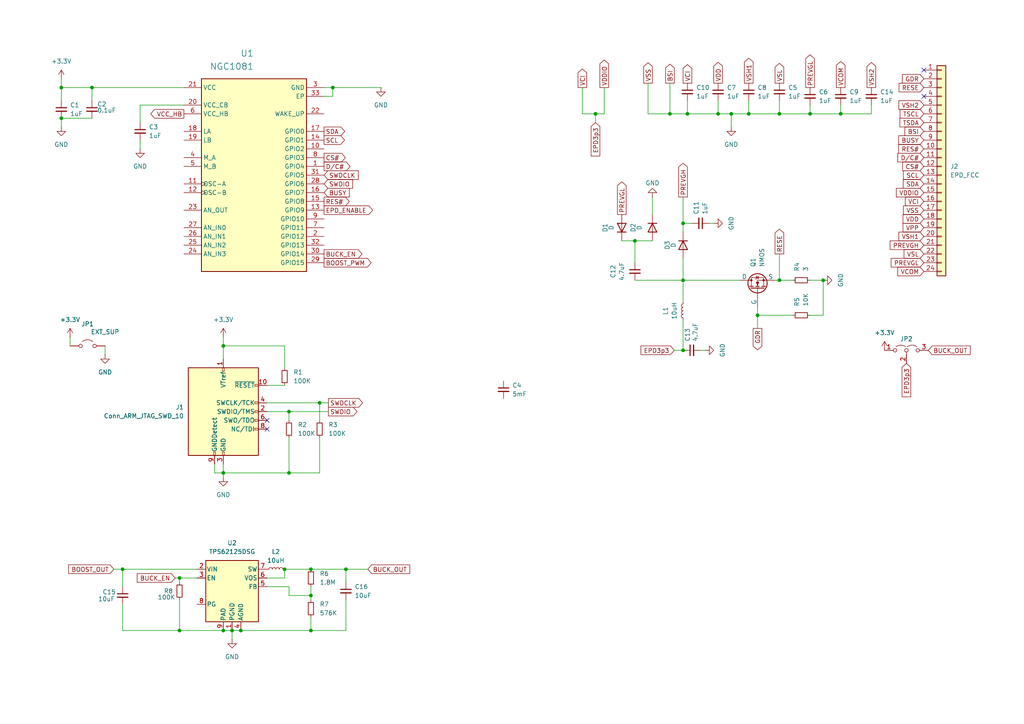
<source format=kicad_sch>
(kicad_sch (version 20231120) (generator "eeschema") (generator_version "8.0")
  (paper "A4")
  (lib_symbols
    (symbol "Connector:Conn_ARM_JTAG_SWD_10" (pin_names (offset 1.016))
      (property "Reference" "J" (at -2.54 16.51 0))
      (property "Value" "Conn_ARM_JTAG_SWD_10" (at -2.54 13.97 0))
      (symbol "Conn_ARM_JTAG_SWD_10_0_1"
        (rectangle (start -10.16 12.7) (end 10.16 -12.7) (stroke (width 0.254)) (fill (type background)))
        (rectangle (start -2.794 -12.7) (end -2.286 -11.684))
        (rectangle (start -0.254 -12.7) (end 0.254 -11.684))
        (rectangle (start -0.254 12.7) (end 0.254 11.684))
        (rectangle (start 9.144 2.286) (end 10.16 2.794))
        (rectangle (start 10.16 -2.794) (end 9.144 -2.286))
        (rectangle (start 10.16 -0.254) (end 9.144 0.254))
        (rectangle (start 10.16 7.874) (end 9.144 7.366))
      )
      (symbol "Conn_ARM_JTAG_SWD_10_1_1"
        (rectangle (start 9.144 -5.334) (end 10.16 -4.826))
        (pin power_in line (at 0 15.24 270) (length 2.54) (name "VTref") (number "1"))
        (pin open_collector line (at 12.7 7.62 180) (length 2.54) (name "~{RESET}") (number "10"))
        (pin bidirectional line (at 12.7 0 180) (length 2.54) (name "SWDIO/TMS") (number "2"))
        (pin power_in line (at 0 -15.24 90) (length 2.54) (name "GND") (number "3"))
        (pin output line (at 12.7 2.54 180) (length 2.54) (name "SWCLK/TCK") (number "4"))
        (pin passive line (at 0 -15.24 90) (length 2.54) hide (name "GND") (number "5"))
        (pin input line (at 12.7 -2.54 180) (length 2.54) (name "SWO/TDO") (number "6"))
        (pin no_connect line (at -10.16 0 0) (length 2.54) hide (name "KEY") (number "7"))
        (pin output line (at 12.7 -5.08 180) (length 2.54) (name "NC/TDI") (number "8"))
        (pin passive line (at -2.54 -15.24 90) (length 2.54) (name "GNDDetect") (number "9"))
      )
    )
    (symbol "Connector_Generic:Conn_01x24" (pin_names (offset 1.016) hide)
      (property "Reference" "J" (at 0 30.48 0))
      (property "Value" "Conn_01x24" (at 0 -33.02 0))
      (symbol "Conn_01x24_1_1"
        (rectangle (start -1.27 -30.353) (end 0 -30.607) (stroke (width 0.1524)))
        (rectangle (start -1.27 -27.813) (end 0 -28.067) (stroke (width 0.1524)))
        (rectangle (start -1.27 -25.273) (end 0 -25.527) (stroke (width 0.1524)))
        (rectangle (start -1.27 -22.733) (end 0 -22.987) (stroke (width 0.1524)))
        (rectangle (start -1.27 -20.193) (end 0 -20.447) (stroke (width 0.1524)))
        (rectangle (start -1.27 -17.653) (end 0 -17.907) (stroke (width 0.1524)))
        (rectangle (start -1.27 -15.113) (end 0 -15.367) (stroke (width 0.1524)))
        (rectangle (start -1.27 -12.573) (end 0 -12.827) (stroke (width 0.1524)))
        (rectangle (start -1.27 -10.033) (end 0 -10.287) (stroke (width 0.1524)))
        (rectangle (start -1.27 -7.493) (end 0 -7.747) (stroke (width 0.1524)))
        (rectangle (start -1.27 -4.953) (end 0 -5.207) (stroke (width 0.1524)))
        (rectangle (start -1.27 -2.413) (end 0 -2.667) (stroke (width 0.1524)))
        (rectangle (start -1.27 0.127) (end 0 -0.127) (stroke (width 0.1524)))
        (rectangle (start -1.27 2.667) (end 0 2.413) (stroke (width 0.1524)))
        (rectangle (start -1.27 5.207) (end 0 4.953) (stroke (width 0.1524)))
        (rectangle (start -1.27 7.747) (end 0 7.493) (stroke (width 0.1524)))
        (rectangle (start -1.27 10.287) (end 0 10.033) (stroke (width 0.1524)))
        (rectangle (start -1.27 12.827) (end 0 12.573) (stroke (width 0.1524)))
        (rectangle (start -1.27 15.367) (end 0 15.113) (stroke (width 0.1524)))
        (rectangle (start -1.27 17.907) (end 0 17.653) (stroke (width 0.1524)))
        (rectangle (start -1.27 20.447) (end 0 20.193) (stroke (width 0.1524)))
        (rectangle (start -1.27 22.987) (end 0 22.733) (stroke (width 0.1524)))
        (rectangle (start -1.27 25.527) (end 0 25.273) (stroke (width 0.1524)))
        (rectangle (start -1.27 28.067) (end 0 27.813) (stroke (width 0.1524)))
        (rectangle (start -1.27 29.21) (end 1.27 -31.75) (stroke (width 0.254)) (fill (type background)))
        (pin passive line (at -5.08 27.94 0) (length 3.81) (name "Pin_1") (number "1"))
        (pin passive line (at -5.08 5.08 0) (length 3.81) (name "Pin_10") (number "10"))
        (pin passive line (at -5.08 2.54 0) (length 3.81) (name "Pin_11") (number "11"))
        (pin passive line (at -5.08 0 0) (length 3.81) (name "Pin_12") (number "12"))
        (pin passive line (at -5.08 -2.54 0) (length 3.81) (name "Pin_13") (number "13"))
        (pin passive line (at -5.08 -5.08 0) (length 3.81) (name "Pin_14") (number "14"))
        (pin passive line (at -5.08 -7.62 0) (length 3.81) (name "Pin_15") (number "15"))
        (pin passive line (at -5.08 -10.16 0) (length 3.81) (name "Pin_16") (number "16"))
        (pin passive line (at -5.08 -12.7 0) (length 3.81) (name "Pin_17") (number "17"))
        (pin passive line (at -5.08 -15.24 0) (length 3.81) (name "Pin_18") (number "18"))
        (pin passive line (at -5.08 -17.78 0) (length 3.81) (name "Pin_19") (number "19"))
        (pin passive line (at -5.08 25.4 0) (length 3.81) (name "Pin_2") (number "2"))
        (pin passive line (at -5.08 -20.32 0) (length 3.81) (name "Pin_20") (number "20"))
        (pin passive line (at -5.08 -22.86 0) (length 3.81) (name "Pin_21") (number "21"))
        (pin passive line (at -5.08 -25.4 0) (length 3.81) (name "Pin_22") (number "22"))
        (pin passive line (at -5.08 -27.94 0) (length 3.81) (name "Pin_23") (number "23"))
        (pin passive line (at -5.08 -30.48 0) (length 3.81) (name "Pin_24") (number "24"))
        (pin passive line (at -5.08 22.86 0) (length 3.81) (name "Pin_3") (number "3"))
        (pin passive line (at -5.08 20.32 0) (length 3.81) (name "Pin_4") (number "4"))
        (pin passive line (at -5.08 17.78 0) (length 3.81) (name "Pin_5") (number "5"))
        (pin passive line (at -5.08 15.24 0) (length 3.81) (name "Pin_6") (number "6"))
        (pin passive line (at -5.08 12.7 0) (length 3.81) (name "Pin_7") (number "7"))
        (pin passive line (at -5.08 10.16 0) (length 3.81) (name "Pin_8") (number "8"))
        (pin passive line (at -5.08 7.62 0) (length 3.81) (name "Pin_9") (number "9"))
      )
    )
    (symbol "Device:C_Small" (pin_numbers hide) (pin_names (offset 0.254) hide)
      (property "Reference" "C" (at 0.254 1.778 0))
      (property "Value" "C_Small" (at 0.254 -2.032 0))
      (symbol "C_Small_0_1"
        (polyline (pts (xy -1.524 -0.508) (xy 1.524 -0.508)) (stroke (width 0.3302)))
        (polyline (pts (xy -1.524 0.508) (xy 1.524 0.508)) (stroke (width 0.3048)))
      )
      (symbol "C_Small_1_1"
        (pin passive line (at 0 2.54 270) (length 2.032) (name "~") (number "1"))
        (pin passive line (at 0 -2.54 90) (length 2.032) (name "~") (number "2"))
      )
    )
    (symbol "Device:D" (pin_numbers hide) (pin_names (offset 1.016) hide)
      (property "Reference" "D" (at 0 2.54 0))
      (property "Value" "D" (at 0 -2.54 0))
      (symbol "D_0_1"
        (polyline (pts (xy -1.27 1.27) (xy -1.27 -1.27)) (stroke (width 0.254)))
        (polyline (pts (xy 1.27 0) (xy -1.27 0)))
        (polyline (pts (xy 1.27 1.27) (xy 1.27 -1.27) (xy -1.27 0) (xy 1.27 1.27)) (stroke (width 0.254)))
      )
      (symbol "D_1_1"
        (pin passive line (at -3.81 0 0) (length 2.54) (name "K") (number "1"))
        (pin passive line (at 3.81 0 180) (length 2.54) (name "A") (number "2"))
      )
    )
    (symbol "Device:L_Small" (pin_numbers hide) (pin_names (offset 0.254) hide)
      (property "Reference" "L" (at 0.762 1.016 0))
      (property "Value" "L_Small" (at 0.762 -1.016 0))
      (symbol "L_Small_0_1"
        (arc (start 0 -2.032) (mid 0.5058 -1.524) (end 0 -1.016))
        (arc (start 0 -1.016) (mid 0.5058 -0.508) (end 0 0))
        (arc (start 0 0) (mid 0.5058 0.508) (end 0 1.016))
        (arc (start 0 1.016) (mid 0.5058 1.524) (end 0 2.032))
      )
      (symbol "L_Small_1_1"
        (pin passive line (at 0 2.54 270) (length 0.508) (name "~") (number "1"))
        (pin passive line (at 0 -2.54 90) (length 0.508) (name "~") (number "2"))
      )
    )
    (symbol "Device:R_Small" (pin_numbers hide) (pin_names (offset 0.254) hide)
      (property "Reference" "R" (at 0.762 0.508 0))
      (property "Value" "R_Small" (at 0.762 -1.016 0))
      (symbol "R_Small_0_1"
        (rectangle (start -0.762 1.778) (end 0.762 -1.778) (stroke (width 0.2032)))
      )
      (symbol "R_Small_1_1"
        (pin passive line (at 0 2.54 270) (length 0.762) (name "~") (number "1"))
        (pin passive line (at 0 -2.54 90) (length 0.762) (name "~") (number "2"))
      )
    )
    (symbol "Jumper:Jumper_2_Open" (pin_numbers hide) (pin_names (offset 0) hide) (exclude_from_sim yes)
      (property "Reference" "JP" (at 0 2.794 0))
      (property "Value" "Jumper_2_Open" (at 0 -2.286 0))
      (symbol "Jumper_2_Open_0_0"
        (circle (center -2.032 0) (radius 0.508))
        (circle (center 2.032 0) (radius 0.508))
      )
      (symbol "Jumper_2_Open_0_1"
        (arc (start 1.524 1.27) (mid 0 1.778) (end -1.524 1.27))
      )
      (symbol "Jumper_2_Open_1_1"
        (pin passive line (at -5.08 0 0) (length 2.54) (name "A") (number "1"))
        (pin passive line (at 5.08 0 180) (length 2.54) (name "B") (number "2"))
      )
    )
    (symbol "Jumper:Jumper_3_Open" (pin_names (offset 0) hide) (exclude_from_sim yes) (in_bom no)
      (property "Reference" "JP" (at -2.54 -2.54 0))
      (property "Value" "Jumper_3_Open" (at 0 2.794 0))
      (symbol "Jumper_3_Open_0_0"
        (circle (center -3.302 0) (radius 0.508))
        (circle (center 0 0) (radius 0.508))
        (circle (center 3.302 0) (radius 0.508))
      )
      (symbol "Jumper_3_Open_0_1"
        (arc (start -0.254 1.016) (mid -1.651 1.4992) (end -3.048 1.016))
        (polyline (pts (xy 0 -0.508) (xy 0 -1.27)))
        (arc (start 3.048 1.016) (mid 1.651 1.4992) (end 0.254 1.016))
      )
      (symbol "Jumper_3_Open_1_1"
        (pin passive line (at -6.35 0 0) (length 2.54) (name "A") (number "1"))
        (pin passive line (at 0 -3.81 90) (length 2.54) (name "C") (number "2"))
        (pin passive line (at 6.35 0 180) (length 2.54) (name "B") (number "3"))
      )
    )
    (symbol "NGC_EPD_SymbolLib:NGC1081"
      (property "Reference" "U" (at 0 0 0))
      (property "Value" "NGC1081" (at 0 -58.42 0))
      (symbol "NGC1081_1_0"
        (rectangle (start 30.48 0) (end 0 -55.88) (stroke (width 0.254) (color 128 0 0 1)) (fill (type background)))
        (pin bidirectional line (at 35.56 -25.4 180) (length 5.08) (name "GPIO4") (number "1"))
        (pin bidirectional line (at 35.56 -20.32 180) (length 5.08) (name "GPIO2") (number "10"))
        (pin bidirectional clock (at -5.08 -30.48 0) (length 5.08) (name "OSC-A") (number "11"))
        (pin bidirectional clock (at -5.08 -33.02 0) (length 5.08) (name "OSC-B") (number "12"))
        (pin bidirectional line (at 35.56 -38.1 180) (length 5.08) (name "GPIO9") (number "13"))
        (pin bidirectional line (at 35.56 -17.78 180) (length 5.08) (name "GPIO1") (number "14"))
        (pin bidirectional line (at 35.56 -35.56 180) (length 5.08) (name "GPIO8") (number "15"))
        (pin bidirectional line (at 35.56 -33.02 180) (length 5.08) (name "GPIO7") (number "16"))
        (pin bidirectional line (at 35.56 -15.24 180) (length 5.08) (name "GPIO0") (number "17"))
        (pin input line (at -5.08 -15.24 0) (length 5.08) (name "LA") (number "18"))
        (pin input line (at -5.08 -17.78 0) (length 5.08) (name "LB") (number "19"))
        (pin bidirectional line (at 35.56 -45.72 180) (length 5.08) (name "GPIO12") (number "2"))
        (pin power_in line (at -5.08 -7.62 0) (length 5.08) (name "VCC_CB") (number "20"))
        (pin power_in line (at -5.08 -2.54 0) (length 5.08) (name "VCC") (number "21"))
        (pin bidirectional line (at 35.56 -10.16 180) (length 5.08) (name "WAKE_UP") (number "22"))
        (pin output line (at -5.08 -38.1 0) (length 5.08) (name "AN_OUT") (number "23"))
        (pin input line (at -5.08 -50.8 0) (length 5.08) (name "AN_IN3") (number "24"))
        (pin input line (at -5.08 -48.26 0) (length 5.08) (name "AN_IN2") (number "25"))
        (pin input line (at -5.08 -45.72 0) (length 5.08) (name "AN_IN1") (number "26"))
        (pin input line (at -5.08 -43.18 0) (length 5.08) (name "AN_IN0") (number "27"))
        (pin bidirectional line (at 35.56 -30.48 180) (length 5.08) (name "GPIO6") (number "28"))
        (pin bidirectional line (at 35.56 -53.34 180) (length 5.08) (name "GPIO15") (number "29"))
        (pin power_in line (at 35.56 -2.54 180) (length 5.08) (name "GND") (number "3"))
        (pin bidirectional line (at 35.56 -50.8 180) (length 5.08) (name "GPIO14") (number "30"))
        (pin bidirectional line (at 35.56 -27.94 180) (length 5.08) (name "GPIO5") (number "31"))
        (pin bidirectional line (at 35.56 -48.26 180) (length 5.08) (name "GPIO13") (number "32"))
        (pin power_in line (at 35.56 -5.08 180) (length 5.08) (name "EP") (number "33"))
        (pin bidirectional line (at -5.08 -22.86 0) (length 5.08) (name "M_A") (number "4"))
        (pin bidirectional line (at -5.08 -25.4 0) (length 5.08) (name "M_B") (number "5"))
        (pin power_in line (at -5.08 -10.16 0) (length 5.08) (name "VCC_HB") (number "6"))
        (pin bidirectional line (at 35.56 -43.18 180) (length 5.08) (name "GPIO11") (number "7"))
        (pin bidirectional line (at 35.56 -22.86 180) (length 5.08) (name "GPIO3") (number "8"))
        (pin bidirectional line (at 35.56 -40.64 180) (length 5.08) (name "GPIO10") (number "9"))
      )
    )
    (symbol "Regulator_Switching:TPS62125DSG" (pin_names (offset 0.254))
      (property "Reference" "U" (at -7.62 11.43 0))
      (property "Value" "TPS62125DSG" (at -1.27 11.43 0))
      (symbol "TPS62125DSG_0_1"
        (rectangle (start -7.62 10.16) (end 7.62 -7.62) (stroke (width 0.254)) (fill (type background)))
      )
      (symbol "TPS62125DSG_1_1"
        (pin power_in line (at 0 -10.16 90) (length 2.54) (name "PGND") (number "1"))
        (pin power_in line (at -10.16 7.62 0) (length 2.54) (name "VIN") (number "2"))
        (pin input line (at -10.16 5.08 0) (length 2.54) (name "EN") (number "3"))
        (pin power_in line (at 2.54 -10.16 90) (length 2.54) (name "AGND") (number "4"))
        (pin input line (at 10.16 2.54 180) (length 2.54) (name "FB") (number "5"))
        (pin input line (at 10.16 5.08 180) (length 2.54) (name "VOS") (number "6"))
        (pin output line (at 10.16 7.62 180) (length 2.54) (name "SW") (number "7"))
        (pin open_collector line (at -10.16 -2.54 0) (length 2.54) (name "PG") (number "8"))
        (pin power_in line (at -2.54 -10.16 90) (length 2.54) (name "PAD") (number "9"))
      )
    )
    (symbol "Simulation_SPICE:NMOS" (pin_numbers hide) (pin_names (offset 0))
      (property "Reference" "Q" (at 5.08 1.27 0))
      (property "Value" "NMOS" (at 5.08 -1.27 0))
      (symbol "NMOS_0_1"
        (polyline (pts (xy 0.254 0) (xy -2.54 0)))
        (polyline (pts (xy 0.254 1.905) (xy 0.254 -1.905)) (stroke (width 0.254)))
        (polyline (pts (xy 0.762 -1.27) (xy 0.762 -2.286)) (stroke (width 0.254)))
        (polyline (pts (xy 0.762 0.508) (xy 0.762 -0.508)) (stroke (width 0.254)))
        (polyline (pts (xy 0.762 2.286) (xy 0.762 1.27)) (stroke (width 0.254)))
        (polyline (pts (xy 2.54 2.54) (xy 2.54 1.778)))
        (polyline (pts (xy 2.54 -2.54) (xy 2.54 0) (xy 0.762 0)))
        (polyline (pts (xy 0.762 -1.778) (xy 3.302 -1.778) (xy 3.302 1.778) (xy 0.762 1.778)))
        (polyline (pts (xy 1.016 0) (xy 2.032 0.381) (xy 2.032 -0.381) (xy 1.016 0)) (fill (type outline)))
        (polyline (pts (xy 2.794 0.508) (xy 2.921 0.381) (xy 3.683 0.381) (xy 3.81 0.254)))
        (polyline (pts (xy 3.302 0.381) (xy 2.921 -0.254) (xy 3.683 -0.254) (xy 3.302 0.381)))
        (circle (center 1.651 0) (radius 2.794) (stroke (width 0.254)))
        (circle (center 2.54 -1.778) (radius 0.254) (fill (type outline)))
        (circle (center 2.54 1.778) (radius 0.254) (fill (type outline)))
      )
      (symbol "NMOS_1_1"
        (pin passive line (at 2.54 5.08 270) (length 2.54) (name "D") (number "1"))
        (pin input line (at -5.08 0 0) (length 2.54) (name "G") (number "2"))
        (pin passive line (at 2.54 -5.08 90) (length 2.54) (name "S") (number "3"))
      )
    )
    (symbol "power:+3.3V" (power) (pin_numbers hide) (pin_names (offset 0) hide)
      (property "Value" "+3.3V" (at 0 3.556 0))
      (symbol "+3.3V_0_1"
        (polyline (pts (xy -0.762 1.27) (xy 0 2.54)))
        (polyline (pts (xy 0 0) (xy 0 2.54)))
        (polyline (pts (xy 0 2.54) (xy 0.762 1.27)))
      )
      (symbol "+3.3V_1_1"
        (pin power_in line (at 0 0 90) (length 0) (name "~") (number "1"))
      )
    )
    (symbol "power:GND" (power) (pin_numbers hide) (pin_names (offset 0) hide)
      (property "Value" "GND" (at 0 -3.81 0))
      (symbol "GND_0_1"
        (polyline (pts (xy 0 0) (xy 0 -1.27) (xy 1.27 -1.27) (xy 0 -2.54) (xy -1.27 -1.27) (xy 0 -1.27)))
      )
      (symbol "GND_1_1"
        (pin power_in line (at 0 0 270) (length 0) (name "~") (number "1"))
      )
    )
  )
  (junction (at 238.76 81.28))
  (junction (at 90.17 165.1))
  (junction (at 198.12 101.6))
  (junction (at 52.07 182.88))
  (junction (at 184.15 69.85))
  (junction (at 96.52 25.4))
  (junction (at 17.78 25.4))
  (junction (at 198.12 81.28))
  (junction (at 52.07 167.64))
  (junction (at 92.71 116.84))
  (junction (at 82.55 165.1))
  (junction (at 69.85 182.88))
  (junction (at 83.82 137.16))
  (junction (at 198.12 64.77))
  (junction (at 208.28 33.02))
  (junction (at 226.06 33.02))
  (junction (at 219.71 91.44))
  (junction (at 194.31 33.02))
  (junction (at 212.09 33.02))
  (junction (at 83.82 119.38))
  (junction (at 35.56 165.1))
  (junction (at 17.78 34.29))
  (junction (at 64.77 100.33))
  (junction (at 26.67 25.4))
  (junction (at 226.06 81.28))
  (junction (at 199.39 33.02))
  (junction (at 90.17 182.88))
  (junction (at 67.31 182.88))
  (junction (at 100.33 165.1))
  (junction (at 217.17 33.02))
  (junction (at 243.84 33.02))
  (junction (at 172.72 33.02))
  (junction (at 90.17 172.72))
  (junction (at 64.77 137.16))
  (junction (at 64.77 182.88))
  (junction (at 234.95 33.02))
  (no_connect (at 77.47 121.92))
  (no_connect (at 267.97 20.32))
  (no_connect (at 267.97 27.94))
  (no_connect (at 77.47 124.46))
  (wire (pts (xy 90.17 172.72) (xy 90.17 173.99)))
  (wire (pts (xy 212.09 36.83) (xy 212.09 33.02)))
  (wire (pts (xy 194.31 33.02) (xy 199.39 33.02)))
  (wire (pts (xy 77.47 111.76) (xy 82.55 111.76)))
  (wire (pts (xy 226.06 81.28) (xy 226.06 73.66)))
  (wire (pts (xy 100.33 165.1) (xy 106.68 165.1)))
  (wire (pts (xy 33.02 165.1) (xy 35.56 165.1)))
  (wire (pts (xy 198.12 57.15) (xy 198.12 64.77)))
  (wire (pts (xy 184.15 81.28) (xy 198.12 81.28)))
  (wire (pts (xy 234.95 91.44) (xy 238.76 91.44)))
  (wire (pts (xy 64.77 182.88) (xy 67.31 182.88)))
  (wire (pts (xy 83.82 170.18) (xy 83.82 172.72)))
  (wire (pts (xy 90.17 170.18) (xy 90.17 172.72)))
  (wire (pts (xy 90.17 165.1) (xy 100.33 165.1)))
  (wire (pts (xy 96.52 27.94) (xy 96.52 25.4)))
  (wire (pts (xy 35.56 175.26) (xy 35.56 182.88)))
  (wire (pts (xy 243.84 30.48) (xy 243.84 33.02)))
  (wire (pts (xy 96.52 25.4) (xy 110.49 25.4)))
  (wire (pts (xy 198.12 101.6) (xy 198.12 92.71)))
  (wire (pts (xy 77.47 170.18) (xy 83.82 170.18)))
  (wire (pts (xy 219.71 95.25) (xy 219.71 91.44)))
  (wire (pts (xy 212.09 33.02) (xy 217.17 33.02)))
  (wire (pts (xy 187.96 24.13) (xy 187.96 33.02)))
  (wire (pts (xy 199.39 29.21) (xy 199.39 33.02)))
  (wire (pts (xy 93.98 25.4) (xy 96.52 25.4)))
  (wire (pts (xy 52.07 173.99) (xy 52.07 182.88)))
  (wire (pts (xy 82.55 165.1) (xy 90.17 165.1)))
  (wire (pts (xy 83.82 172.72) (xy 90.17 172.72)))
  (wire (pts (xy 199.39 33.02) (xy 208.28 33.02)))
  (wire (pts (xy 226.06 33.02) (xy 234.95 33.02)))
  (wire (pts (xy 83.82 127) (xy 83.82 137.16)))
  (wire (pts (xy 77.47 167.64) (xy 82.55 167.64)))
  (wire (pts (xy 17.78 34.29) (xy 26.67 34.29)))
  (wire (pts (xy 64.77 134.62) (xy 64.77 137.16)))
  (wire (pts (xy 40.64 30.48) (xy 53.34 30.48)))
  (wire (pts (xy 234.95 81.28) (xy 238.76 81.28)))
  (wire (pts (xy 198.12 81.28) (xy 198.12 74.93)))
  (wire (pts (xy 252.73 33.02) (xy 243.84 33.02)))
  (wire (pts (xy 35.56 182.88) (xy 52.07 182.88)))
  (wire (pts (xy 83.82 137.16) (xy 64.77 137.16)))
  (wire (pts (xy 17.78 25.4) (xy 17.78 29.21)))
  (wire (pts (xy 252.73 30.48) (xy 252.73 33.02)))
  (wire (pts (xy 243.84 33.02) (xy 234.95 33.02)))
  (wire (pts (xy 93.98 27.94) (xy 96.52 27.94)))
  (wire (pts (xy 198.12 67.31) (xy 198.12 64.77)))
  (wire (pts (xy 40.64 40.64) (xy 40.64 43.18)))
  (wire (pts (xy 95.25 119.38) (xy 83.82 119.38)))
  (wire (pts (xy 95.25 116.84) (xy 92.71 116.84)))
  (wire (pts (xy 57.15 165.1) (xy 35.56 165.1)))
  (wire (pts (xy 100.33 165.1) (xy 100.33 168.91)))
  (wire (pts (xy 180.34 69.85) (xy 184.15 69.85)))
  (wire (pts (xy 172.72 35.56) (xy 172.72 33.02)))
  (wire (pts (xy 64.77 97.79) (xy 64.77 100.33)))
  (wire (pts (xy 189.23 57.15) (xy 189.23 62.23)))
  (wire (pts (xy 175.26 25.4) (xy 175.26 33.02)))
  (wire (pts (xy 184.15 69.85) (xy 189.23 69.85)))
  (wire (pts (xy 217.17 29.21) (xy 217.17 33.02)))
  (wire (pts (xy 82.55 106.68) (xy 82.55 100.33)))
  (wire (pts (xy 184.15 76.2) (xy 184.15 69.85)))
  (wire (pts (xy 82.55 167.64) (xy 82.55 165.1)))
  (wire (pts (xy 219.71 88.9) (xy 219.71 91.44)))
  (wire (pts (xy 198.12 87.63) (xy 198.12 81.28)))
  (wire (pts (xy 67.31 182.88) (xy 69.85 182.88)))
  (wire (pts (xy 40.64 30.48) (xy 40.64 35.56)))
  (wire (pts (xy 26.67 25.4) (xy 53.34 25.4)))
  (wire (pts (xy 198.12 81.28) (xy 214.63 81.28)))
  (wire (pts (xy 62.23 134.62) (xy 62.23 137.16)))
  (wire (pts (xy 64.77 100.33) (xy 64.77 104.14)))
  (wire (pts (xy 92.71 116.84) (xy 92.71 121.92)))
  (wire (pts (xy 17.78 22.86) (xy 17.78 25.4)))
  (wire (pts (xy 224.79 81.28) (xy 226.06 81.28)))
  (wire (pts (xy 83.82 137.16) (xy 92.71 137.16)))
  (wire (pts (xy 52.07 167.64) (xy 52.07 168.91)))
  (wire (pts (xy 219.71 91.44) (xy 229.87 91.44)))
  (wire (pts (xy 172.72 33.02) (xy 175.26 33.02)))
  (wire (pts (xy 226.06 29.21) (xy 226.06 33.02)))
  (wire (pts (xy 204.47 101.6) (xy 203.2 101.6)))
  (wire (pts (xy 52.07 182.88) (xy 64.77 182.88)))
  (wire (pts (xy 100.33 182.88) (xy 90.17 182.88)))
  (wire (pts (xy 50.8 167.64) (xy 52.07 167.64)))
  (wire (pts (xy 100.33 173.99) (xy 100.33 182.88)))
  (wire (pts (xy 226.06 81.28) (xy 229.87 81.28)))
  (wire (pts (xy 168.91 25.4) (xy 168.91 33.02)))
  (wire (pts (xy 92.71 137.16) (xy 92.71 127)))
  (wire (pts (xy 208.28 29.21) (xy 208.28 33.02)))
  (wire (pts (xy 26.67 25.4) (xy 26.67 29.21)))
  (wire (pts (xy 195.58 101.6) (xy 198.12 101.6)))
  (wire (pts (xy 200.66 64.77) (xy 198.12 64.77)))
  (wire (pts (xy 30.48 100.33) (xy 30.48 102.87)))
  (wire (pts (xy 90.17 182.88) (xy 69.85 182.88)))
  (wire (pts (xy 62.23 137.16) (xy 64.77 137.16)))
  (wire (pts (xy 57.15 167.64) (xy 52.07 167.64)))
  (wire (pts (xy 35.56 165.1) (xy 35.56 170.18)))
  (wire (pts (xy 172.72 33.02) (xy 168.91 33.02)))
  (wire (pts (xy 17.78 34.29) (xy 17.78 36.83)))
  (wire (pts (xy 205.74 64.77) (xy 207.01 64.77)))
  (wire (pts (xy 20.32 97.79) (xy 20.32 100.33)))
  (wire (pts (xy 187.96 33.02) (xy 194.31 33.02)))
  (wire (pts (xy 234.95 30.48) (xy 234.95 33.02)))
  (wire (pts (xy 17.78 25.4) (xy 26.67 25.4)))
  (wire (pts (xy 238.76 91.44) (xy 238.76 81.28)))
  (wire (pts (xy 67.31 182.88) (xy 67.31 185.42)))
  (wire (pts (xy 83.82 119.38) (xy 83.82 121.92)))
  (wire (pts (xy 92.71 116.84) (xy 77.47 116.84)))
  (wire (pts (xy 194.31 24.13) (xy 194.31 33.02)))
  (wire (pts (xy 208.28 33.02) (xy 212.09 33.02)))
  (wire (pts (xy 64.77 137.16) (xy 64.77 138.43)))
  (wire (pts (xy 217.17 33.02) (xy 226.06 33.02)))
  (wire (pts (xy 82.55 100.33) (xy 64.77 100.33)))
  (wire (pts (xy 90.17 179.07) (xy 90.17 182.88)))
  (wire (pts (xy 83.82 119.38) (xy 77.47 119.38)))
  (global_label "VDDIO" (shape input) (at 267.97 55.88 180) (property "Intersheetrefs" "${INTERSHEET_REFS}" (effects (hide yes))))
  (global_label "BSI" (shape input) (at 267.97 38.1 180) (property "Intersheetrefs" "${INTERSHEET_REFS}" (effects (hide yes))))
  (global_label "RES#" (shape output) (at 93.98 58.42 0) (property "Intersheetrefs" "${INTERSHEET_REFS}" (effects (hide yes))))
  (global_label "VSL" (shape input) (at 267.97 73.66 180) (property "Intersheetrefs" "${INTERSHEET_REFS}" (effects (hide yes))))
  (global_label "SWDIO" (shape input) (at 93.98 53.34 0) (property "Intersheetrefs" "${INTERSHEET_REFS}" (effects (hide yes))))
  (global_label "PREVGH" (shape output) (at 198.12 57.15 90) (property "Intersheetrefs" "${INTERSHEET_REFS}" (effects (hide yes))))
  (global_label "BUSY" (shape input) (at 267.97 40.64 180) (property "Intersheetrefs" "${INTERSHEET_REFS}" (effects (hide yes))))
  (global_label "GDR" (shape output) (at 219.71 95.25 270) (property "Intersheetrefs" "${INTERSHEET_REFS}" (effects (hide yes))))
  (global_label "SDA" (shape output) (at 93.98 38.1 0) (property "Intersheetrefs" "${INTERSHEET_REFS}" (effects (hide yes))))
  (global_label "RESE" (shape output) (at 226.06 73.66 90) (property "Intersheetrefs" "${INTERSHEET_REFS}" (effects (hide yes))))
  (global_label "VDD" (shape input) (at 267.97 63.5 180) (property "Intersheetrefs" "${INTERSHEET_REFS}" (effects (hide yes))))
  (global_label "SWDCLK" (shape input) (at 93.98 50.8 0) (property "Intersheetrefs" "${INTERSHEET_REFS}" (effects (hide yes))))
  (global_label "EPD3p3" (shape input) (at 195.58 101.6 180) (property "Intersheetrefs" "${INTERSHEET_REFS}" (effects (hide yes))))
  (global_label "PREVGL" (shape output) (at 180.34 62.23 90) (property "Intersheetrefs" "${INTERSHEET_REFS}" (effects (hide yes))))
  (global_label "BUCK_EN" (shape input) (at 50.8 167.64 180) (property "Intersheetrefs" "${INTERSHEET_REFS}" (effects (hide yes))))
  (global_label "BOOST_OUT" (shape input) (at 33.02 165.1 180) (property "Intersheetrefs" "${INTERSHEET_REFS}" (effects (hide yes))))
  (global_label "RESE" (shape input) (at 267.97 25.4 180) (property "Intersheetrefs" "${INTERSHEET_REFS}" (effects (hide yes))))
  (global_label "PREVGH" (shape input) (at 267.97 71.12 180) (property "Intersheetrefs" "${INTERSHEET_REFS}" (effects (hide yes))))
  (global_label "D{slash}C#" (shape input) (at 267.97 45.72 180) (property "Intersheetrefs" "${INTERSHEET_REFS}" (effects (hide yes))))
  (global_label "CS#" (shape input) (at 267.97 48.26 180) (property "Intersheetrefs" "${INTERSHEET_REFS}" (effects (hide yes))))
  (global_label "SCL" (shape input) (at 267.97 50.8 180) (property "Intersheetrefs" "${INTERSHEET_REFS}" (effects (hide yes))))
  (global_label "VSH2" (shape output) (at 252.73 25.4 90) (property "Intersheetrefs" "${INTERSHEET_REFS}" (effects (hide yes))))
  (global_label "CS#" (shape output) (at 93.98 45.72 0) (property "Intersheetrefs" "${INTERSHEET_REFS}" (effects (hide yes))))
  (global_label "PREVGL" (shape input) (at 267.97 76.2 180) (property "Intersheetrefs" "${INTERSHEET_REFS}" (effects (hide yes))))
  (global_label "VSS" (shape input) (at 267.97 60.96 180) (property "Intersheetrefs" "${INTERSHEET_REFS}" (effects (hide yes))))
  (global_label "VSH2" (shape input) (at 267.97 30.48 180) (property "Intersheetrefs" "${INTERSHEET_REFS}" (effects (hide yes))))
  (global_label "SWDCLK" (shape output) (at 95.25 116.84 0) (property "Intersheetrefs" "${INTERSHEET_REFS}" (effects (hide yes))))
  (global_label "EPD3p3" (shape input) (at 262.89 105.41 270) (property "Intersheetrefs" "${INTERSHEET_REFS}" (effects (hide yes))))
  (global_label "VSH1" (shape output) (at 217.17 24.13 90) (property "Intersheetrefs" "${INTERSHEET_REFS}" (effects (hide yes))))
  (global_label "BUCK_EN" (shape output) (at 93.98 73.66 0) (property "Intersheetrefs" "${INTERSHEET_REFS}" (effects (hide yes))))
  (global_label "VDDIO" (shape output) (at 175.26 25.4 90) (property "Intersheetrefs" "${INTERSHEET_REFS}" (effects (hide yes))))
  (global_label "VCI" (shape output) (at 168.91 25.4 90) (property "Intersheetrefs" "${INTERSHEET_REFS}" (effects (hide yes))))
  (global_label "SWDIO" (shape output) (at 95.25 119.38 0) (property "Intersheetrefs" "${INTERSHEET_REFS}" (effects (hide yes))))
  (global_label "SDA" (shape input) (at 267.97 53.34 180) (property "Intersheetrefs" "${INTERSHEET_REFS}" (effects (hide yes))))
  (global_label "VDD" (shape output) (at 208.28 24.13 90) (property "Intersheetrefs" "${INTERSHEET_REFS}" (effects (hide yes))))
  (global_label "VSL" (shape output) (at 226.06 24.13 90) (property "Intersheetrefs" "${INTERSHEET_REFS}" (effects (hide yes))))
  (global_label "VPP" (shape input) (at 267.97 66.04 180) (property "Intersheetrefs" "${INTERSHEET_REFS}" (effects (hide yes))))
  (global_label "PREVGL" (shape output) (at 234.95 25.4 90) (property "Intersheetrefs" "${INTERSHEET_REFS}" (effects (hide yes))))
  (global_label "BOOST_PWM" (shape output) (at 93.98 76.2 0) (property "Intersheetrefs" "${INTERSHEET_REFS}" (effects (hide yes))))
  (global_label "VSH1" (shape input) (at 267.97 68.58 180) (property "Intersheetrefs" "${INTERSHEET_REFS}" (effects (hide yes))))
  (global_label "GDR" (shape input) (at 267.97 22.86 180) (property "Intersheetrefs" "${INTERSHEET_REFS}" (effects (hide yes))))
  (global_label "RES#" (shape input) (at 267.97 43.18 180) (property "Intersheetrefs" "${INTERSHEET_REFS}" (effects (hide yes))))
  (global_label "EPD_ENABLE" (shape output) (at 93.98 60.96 0) (property "Intersheetrefs" "${INTERSHEET_REFS}" (effects (hide yes))))
  (global_label "BUCK_OUT" (shape input) (at 106.68 165.1 0) (property "Intersheetrefs" "${INTERSHEET_REFS}" (effects (hide yes))))
  (global_label "VCOM" (shape input) (at 267.97 78.74 180) (property "Intersheetrefs" "${INTERSHEET_REFS}" (effects (hide yes))))
  (global_label "TSCL" (shape input) (at 267.97 33.02 180) (property "Intersheetrefs" "${INTERSHEET_REFS}" (effects (hide yes))))
  (global_label "SCL" (shape output) (at 93.98 40.64 0) (property "Intersheetrefs" "${INTERSHEET_REFS}" (effects (hide yes))))
  (global_label "VCI" (shape output) (at 199.39 24.13 90) (property "Intersheetrefs" "${INTERSHEET_REFS}" (effects (hide yes))))
  (global_label "BUSY" (shape input) (at 93.98 55.88 0) (property "Intersheetrefs" "${INTERSHEET_REFS}" (effects (hide yes))))
  (global_label "VCOM" (shape output) (at 243.84 25.4 90) (property "Intersheetrefs" "${INTERSHEET_REFS}" (effects (hide yes))))
  (global_label "VCI" (shape input) (at 267.97 58.42 180) (property "Intersheetrefs" "${INTERSHEET_REFS}" (effects (hide yes))))
  (global_label "BSI" (shape output) (at 194.31 24.13 90) (property "Intersheetrefs" "${INTERSHEET_REFS}" (effects (hide yes))))
  (global_label "VCC_HB" (shape output) (at 53.34 33.02 180) (property "Intersheetrefs" "${INTERSHEET_REFS}" (effects (hide yes))))
  (global_label "TSDA" (shape input) (at 267.97 35.56 180) (property "Intersheetrefs" "${INTERSHEET_REFS}" (effects (hide yes))))
  (global_label "VSS" (shape output) (at 187.96 24.13 90) (property "Intersheetrefs" "${INTERSHEET_REFS}" (effects (hide yes))))
  (global_label "BUCK_OUT" (shape input) (at 269.24 101.6 0) (property "Intersheetrefs" "${INTERSHEET_REFS}" (effects (hide yes))))
  (global_label "D{slash}C#" (shape output) (at 93.98 48.26 0) (property "Intersheetrefs" "${INTERSHEET_REFS}" (effects (hide yes))))
  (global_label "EPD3p3" (shape input) (at 172.72 35.56 270) (property "Intersheetrefs" "${INTERSHEET_REFS}" (effects (hide yes))))
  (symbol (lib_id "Connector_Generic:Conn_01x24") (at 273.05 48.26 0) (unit 1)
    (property "Reference" "J2" (at 275.59 48.2599 0) (effects (justify left)))
    (property "Value" "EPD_FCC" (at 275.59 50.7999 0) (effects (justify left)))
    (property "Description" "Generic connector, single row, 01x24, script generated (kicad-library-utils/schlib/autogen/connector/)" (effects (hide yes)))
  )
  (symbol (lib_id "Device:C_Small") (at 252.73 27.94 0) (unit 1)
    (property "Reference" "C14" (at 255.27 26.6762 0) (effects (justify left)))
    (property "Value" "1uF" (at 255.27 29.2162 0) (effects (justify left)))
    (property "Description" "Unpolarized capacitor, small symbol" (effects (hide yes)))
  )
  (symbol (lib_id "Device:D") (at 198.12 71.12 270) (unit 1)
    (property "Reference" "D3" (at 193.548 71.12 0))
    (property "Value" "D" (at 195.326 71.12 0))
    (property "Description" "Diode" (effects (hide yes)))
    (property "Sim.Device" "D" (effects (hide yes)))
    (property "Sim.Pins" "1=K 2=A" (effects (hide yes)))
  )
  (symbol (lib_id "power:GND") (at 110.49 25.4 0) (unit 1)
    (property "Reference" "#PWR01" (effects (hide yes)))
    (property "Value" "GND" (at 110.49 30.48 0))
    (property "Description" "Power symbol creates a global label with name \"GND\" , ground" (effects (hide yes)))
  )
  (symbol (lib_id "Jumper:Jumper_2_Open") (at 25.4 100.33 0) (unit 1) (exclude_from_sim yes)
    (property "Reference" "JP1" (at 25.4 93.98 0))
    (property "Value" "EXT_SUP" (at 30.48 96.266 0))
    (property "Footprint" "Connector_PinHeader_2.54mm:PinHeader_2x01_P2.54mm_Vertical" (effects (hide yes)))
    (property "Description" "Jumper, 2-pole, open" (effects (hide yes)))
  )
  (symbol (lib_id "power:GND") (at 64.77 138.43 0) (unit 1)
    (property "Reference" "#PWR02" (effects (hide yes)))
    (property "Value" "GND" (at 64.77 143.51 0))
    (property "Description" "Power symbol creates a global label with name \"GND\" , ground" (effects (hide yes)))
  )
  (symbol (lib_id "Simulation_SPICE:NMOS") (at 219.71 83.82 90) (unit 1)
    (property "Reference" "Q1" (at 218.4399 77.47 0) (effects (justify left)))
    (property "Value" "NMOS" (at 220.9799 77.47 0) (effects (justify left)))
    (property "Datasheet" "https://ngspice.sourceforge.io/docs/ngspice-html-manual/manual.xhtml#cha_MOSFETs" (effects (hide yes)))
    (property "Description" "N-MOSFET transistor, drain/source/gate" (effects (hide yes)))
    (property "Sim.Device" "NMOS" (effects (hide yes)))
    (property "Sim.Type" "VDMOS" (effects (hide yes)))
    (property "Sim.Pins" "1=D 2=G 3=S" (effects (hide yes)))
  )
  (symbol (lib_id "Device:C_Small") (at 199.39 26.67 0) (unit 1)
    (property "Reference" "C10" (at 201.93 25.4062 0) (effects (justify left)))
    (property "Value" "1uF" (at 201.93 27.9462 0) (effects (justify left)))
    (property "Description" "Unpolarized capacitor, small symbol" (effects (hide yes)))
  )
  (symbol (lib_id "power:GND") (at 207.01 64.77 90) (unit 1)
    (property "Reference" "#PWR011" (effects (hide yes)))
    (property "Value" "GND" (at 212.09 64.77 0))
    (property "Description" "Power symbol creates a global label with name \"GND\" , ground" (effects (hide yes)))
  )
  (symbol (lib_id "power:GND") (at 212.09 36.83 0) (unit 1)
    (property "Reference" "#PWR09" (effects (hide yes)))
    (property "Value" "GND" (at 212.09 41.91 0))
    (property "Description" "Power symbol creates a global label with name \"GND\" , ground" (effects (hide yes)))
  )
  (symbol (lib_id "power:+3.3V") (at 17.78 22.86 0) (unit 1)
    (property "Reference" "#PWR03" (effects (hide yes)))
    (property "Value" "+3.3V" (at 17.78 17.78 0))
    (property "Description" "Power symbol creates a global label with name \"+3.3V\"" (effects (hide yes)))
  )
  (symbol (lib_id "Device:C_Small") (at 200.66 101.6 90) (unit 1)
    (property "Reference" "C13" (at 199.3962 99.06 0) (effects (justify left)))
    (property "Value" "4.7uF" (at 201.676 99.06 0) (effects (justify left)))
    (property "Description" "Unpolarized capacitor, small symbol" (effects (hide yes)))
  )
  (symbol (lib_id "power:GND") (at 189.23 57.15 180) (unit 1)
    (property "Reference" "#PWR015" (effects (hide yes)))
    (property "Value" "GND" (at 187.198 53.086 0) (effects (justify right)))
    (property "Description" "Power symbol creates a global label with name \"GND\" , ground" (effects (hide yes)))
  )
  (symbol (lib_id "power:GND") (at 17.78 36.83 0) (unit 1)
    (property "Reference" "#PWR07" (effects (hide yes)))
    (property "Value" "GND" (at 17.78 41.91 0))
    (property "Description" "Power symbol creates a global label with name \"GND\" , ground" (effects (hide yes)))
  )
  (symbol (lib_id "Device:C_Small") (at 243.84 27.94 0) (unit 1)
    (property "Reference" "C9" (at 246.38 26.6762 0) (effects (justify left)))
    (property "Value" "1uF" (at 246.38 29.2162 0) (effects (justify left)))
    (property "Description" "Unpolarized capacitor, small symbol" (effects (hide yes)))
  )
  (symbol (lib_id "power:GND") (at 204.47 101.6 90) (unit 1)
    (property "Reference" "#PWR013" (effects (hide yes)))
    (property "Value" "GND" (at 209.55 101.6 0))
    (property "Description" "Power symbol creates a global label with name \"GND\" , ground" (effects (hide yes)))
  )
  (symbol (lib_id "Device:C_Small") (at 26.67 31.75 0) (unit 1)
    (property "Reference" "C2" (at 28.194 30.226 0) (effects (justify left)))
    (property "Value" "0.1uF" (at 28.194 32.004 0) (effects (justify left)))
    (property "Footprint" "Capacitor_SMD:C_0402_1005Metric_Pad0.74x0.62mm_HandSolder" (effects (hide yes)))
    (property "Description" "Unpolarized capacitor, small symbol" (effects (hide yes)))
  )
  (symbol (lib_id "power:GND") (at 30.48 102.87 0) (unit 1)
    (property "Reference" "#PWR06" (effects (hide yes)))
    (property "Value" "GND" (at 30.48 107.95 0))
    (property "Description" "Power symbol creates a global label with name \"GND\" , ground" (effects (hide yes)))
  )
  (symbol (lib_id "Device:R_Small") (at 82.55 109.22 0) (unit 1)
    (property "Reference" "R1" (at 85.09 107.9499 0) (effects (justify left)))
    (property "Value" "100K" (at 85.09 110.4899 0) (effects (justify left)))
    (property "Footprint" "Resistor_SMD:R_0402_1005Metric" (effects (hide yes)))
    (property "Description" "Resistor, small symbol" (effects (hide yes)))
  )
  (symbol (lib_id "Device:C_Small") (at 100.33 171.45 0) (unit 1)
    (property "Reference" "C16" (at 102.87 170.1862 0) (effects (justify left)))
    (property "Value" "10uF" (at 102.87 172.7262 0) (effects (justify left)))
    (property "Footprint" "Capacitor_THT:CP_Radial_D5.0mm_P2.00mm" (effects (hide yes)))
    (property "Description" "Unpolarized capacitor, small symbol" (effects (hide yes)))
  )
  (symbol (lib_id "Device:R_Small") (at 90.17 176.53 0) (unit 1)
    (property "Reference" "R7" (at 92.71 175.2599 0) (effects (justify left)))
    (property "Value" "576K" (at 92.71 177.7999 0) (effects (justify left)))
    (property "Description" "Resistor, small symbol" (effects (hide yes)))
  )
  (symbol (lib_id "Device:C_Small") (at 40.64 38.1 0) (unit 1)
    (property "Reference" "C3" (at 43.18 36.8362 0) (effects (justify left)))
    (property "Value" "1uF" (at 43.18 39.3762 0) (effects (justify left)))
    (property "Footprint" "Capacitor_SMD:C_0805_2012Metric" (effects (hide yes)))
    (property "Description" "Unpolarized capacitor, small symbol" (effects (hide yes)))
  )
  (symbol (lib_id "Device:C_Small") (at 146.05 113.03 0) (unit 1)
    (property "Reference" "C4" (at 148.59 111.7662 0) (effects (justify left)))
    (property "Value" "5mF" (at 148.59 114.3062 0) (effects (justify left)))
    (property "Footprint" "Capacitor_THT:CP_Radial_D5.0mm_P2.00mm" (effects (hide yes)))
    (property "Description" "Unpolarized capacitor, small symbol" (effects (hide yes)))
  )
  (symbol (lib_id "Device:L_Small") (at 80.01 165.1 90) (unit 1)
    (property "Reference" "L2" (at 80.01 160.02 90))
    (property "Value" "10uH" (at 80.01 162.56 90))
    (property "Description" "Inductor, small symbol" (effects (hide yes)))
  )
  (symbol (lib_id "power:+3.3V") (at 64.77 97.79 0) (unit 1)
    (property "Reference" "#PWR04" (effects (hide yes)))
    (property "Value" "+3.3V" (at 64.77 92.71 0))
    (property "Description" "Power symbol creates a global label with name \"+3.3V\"" (effects (hide yes)))
  )
  (symbol (lib_id "Device:C_Small") (at 35.56 172.72 0) (unit 1)
    (property "Reference" "C15" (at 29.718 171.704 0) (effects (justify left)))
    (property "Value" "10uF" (at 28.448 173.736 0) (effects (justify left)))
    (property "Footprint" "Capacitor_THT:CP_Radial_D5.0mm_P2.00mm" (effects (hide yes)))
    (property "Description" "Unpolarized capacitor, small symbol" (effects (hide yes)))
  )
  (symbol (lib_id "Device:C_Small") (at 184.15 78.74 0) (unit 1)
    (property "Reference" "C12" (at 177.8 78.7464 90))
    (property "Value" "4.7uF" (at 180.34 78.7464 90))
    (property "Description" "Unpolarized capacitor, small symbol" (effects (hide yes)))
  )
  (symbol (lib_id "Device:L_Small") (at 198.12 90.17 180) (unit 1)
    (property "Reference" "L1" (at 193.04 90.17 90))
    (property "Value" "10uH" (at 195.58 90.17 90))
    (property "Description" "Inductor, small symbol" (effects (hide yes)))
  )
  (symbol (lib_id "power:GND") (at 67.31 185.42 0) (unit 1)
    (property "Reference" "#PWR016" (effects (hide yes)))
    (property "Value" "GND" (at 67.31 190.5 0))
    (property "Description" "Power symbol creates a global label with name \"GND\" , ground" (effects (hide yes)))
  )
  (symbol (lib_id "Device:R_Small") (at 92.71 124.46 0) (unit 1)
    (property "Reference" "R3" (at 95.25 123.1899 0) (effects (justify left)))
    (property "Value" "100K" (at 95.25 125.7299 0) (effects (justify left)))
    (property "Footprint" "Resistor_SMD:R_0402_1005Metric" (effects (hide yes)))
    (property "Description" "Resistor, small symbol" (effects (hide yes)))
  )
  (symbol (lib_id "Jumper:Jumper_3_Open") (at 262.89 101.6 0) (unit 1) (exclude_from_sim yes) (in_bom no)
    (property "Reference" "JP2" (at 262.89 98.298 0))
    (property "Value" "Jumper_3_Open" (effects (hide yes)))
    (property "Description" "Jumper, 3-pole, both open" (effects (hide yes)))
  )
  (symbol (lib_id "Device:C_Small") (at 226.06 26.67 0) (unit 1)
    (property "Reference" "C5" (at 228.6 25.4062 0) (effects (justify left)))
    (property "Value" "1uF" (at 228.6 27.9462 0) (effects (justify left)))
    (property "Description" "Unpolarized capacitor, small symbol" (effects (hide yes)))
  )
  (symbol (lib_id "power:+3.3V") (at 20.32 97.79 0) (unit 1)
    (property "Reference" "#PWR05" (effects (hide yes)))
    (property "Value" "+3.3V" (at 20.32 92.71 0))
    (property "Description" "Power symbol creates a global label with name \"+3.3V\"" (effects (hide yes)))
  )
  (symbol (lib_id "Device:C_Small") (at 234.95 27.94 0) (unit 1)
    (property "Reference" "C6" (at 237.49 26.6762 0) (effects (justify left)))
    (property "Value" "1uF" (at 237.49 29.2162 0) (effects (justify left)))
    (property "Description" "Unpolarized capacitor, small symbol" (effects (hide yes)))
  )
  (symbol (lib_id "Device:R_Small") (at 232.41 91.44 90) (unit 1)
    (property "Reference" "R5" (at 231.1399 88.9 0) (effects (justify left)))
    (property "Value" "10K" (at 233.6799 88.9 0) (effects (justify left)))
    (property "Description" "Resistor, small symbol" (effects (hide yes)))
  )
  (symbol (lib_id "Device:R_Small") (at 232.41 81.28 90) (unit 1)
    (property "Reference" "R4" (at 231.1399 78.74 0) (effects (justify left)))
    (property "Value" "3" (at 233.6799 78.74 0) (effects (justify left)))
    (property "Description" "Resistor, small symbol" (effects (hide yes)))
  )
  (symbol (lib_id "power:GND") (at 238.76 81.28 90) (unit 1)
    (property "Reference" "#PWR012" (effects (hide yes)))
    (property "Value" "GND" (at 243.84 81.28 0))
    (property "Description" "Power symbol creates a global label with name \"GND\" , ground" (effects (hide yes)))
  )
  (symbol (lib_id "Regulator_Switching:TPS62125DSG") (at 67.31 172.72 0) (unit 1)
    (property "Reference" "U2" (at 67.31 157.48 0))
    (property "Value" "TPS62125DSG" (at 67.31 160.02 0))
    (property "Footprint" "Package_SON:WSON-8-1EP_2x2mm_P0.5mm_EP0.9x1.6mm_ThermalVias" (effects (hide yes)))
    (property "Datasheet" "http://www.ti.com/lit/ds/symlink/tps62125.pdf" (effects (hide yes)))
    (property "Description" "300mA Step-Down Converter with Enable Threshold and Hysteresis, adjustable output, 3-17V input voltage, WSON-8" (effects (hide yes)))
  )
  (symbol (lib_id "NGC_EPD_SymbolLib:NGC1081") (at 58.42 22.86 0) (unit 1)
    (property "Reference" "U1" (at 73.66 16.51 0) (effects (font (size 1.8288 1.8288)) (justify right bottom)))
    (property "Value" "NGC1081" (at 73.66 20.32 0) (effects (font (size 1.8288 1.8288)) (justify right bottom)))
    (property "Footprint" "NGC_EPD_FootprintLib:NGC1081-32QFN" (effects (hide yes)))
    (property "Description" "Suitable and Optimized for NFC Communication Controlled Actuation and Sensing" (effects (hide yes)))
    (property "Manufacturer Order Number" "NGC1081" (effects (hide yes)))
    (property "PackageReference" "PG-VQFN-32-20" (effects (hide yes)))
    (property "Manufacturer" "Infineon Technologies" (effects (hide yes)))
  )
  (symbol (lib_id "Device:C_Small") (at 203.2 64.77 270) (unit 1)
    (property "Reference" "C11" (at 201.9235 62.23 0) (effects (justify right)))
    (property "Value" "1uF" (at 204.4635 62.23 0) (effects (justify right)))
    (property "Description" "Unpolarized capacitor, small symbol" (effects (hide yes)))
  )
  (symbol (lib_id "power:GND") (at 40.64 43.18 0) (unit 1)
    (property "Reference" "#PWR08" (effects (hide yes)))
    (property "Value" "GND" (at 40.64 48.26 0))
    (property "Description" "Power symbol creates a global label with name \"GND\" , ground" (effects (hide yes)))
  )
  (symbol (lib_id "Device:R_Small") (at 90.17 167.64 0) (unit 1)
    (property "Reference" "R6" (at 92.71 166.3699 0) (effects (justify left)))
    (property "Value" "1.8M" (at 92.71 168.9099 0) (effects (justify left)))
    (property "Description" "Resistor, small symbol" (effects (hide yes)))
  )
  (symbol (lib_id "Connector:Conn_ARM_JTAG_SWD_10") (at 64.77 119.38 0) (unit 1)
    (property "Reference" "J1" (at 53.34 118.1099 0) (effects (justify right)))
    (property "Value" "Conn_ARM_JTAG_SWD_10" (at 53.34 120.6499 0) (effects (justify right)))
    (property "Footprint" "Connector_PinHeader_1.27mm:PinHeader_2x05_P1.27mm_Vertical_SMD" (effects (hide yes)))
    (property "Datasheet" "http://infocenter.arm.com/help/topic/com.arm.doc.ddi0314h/DDI0314H_coresight_components_trm.pdf" (effects (hide yes)))
    (property "Description" "Cortex Debug Connector, standard ARM Cortex-M SWD and JTAG interface" (effects (hide yes)))
  )
  (symbol (lib_id "Device:C_Small") (at 17.78 31.75 0) (unit 1)
    (property "Reference" "C1" (at 20.32 30.4862 0) (effects (justify left)))
    (property "Value" "1uF" (at 20.32 33.0262 0) (effects (justify left)))
    (property "Footprint" "Capacitor_SMD:C_0805_2012Metric" (effects (hide yes)))
    (property "Description" "Unpolarized capacitor, small symbol" (effects (hide yes)))
  )
  (symbol (lib_id "Device:D") (at 189.23 66.04 270) (unit 1)
    (property "Reference" "D2" (at 183.642 66.04 0))
    (property "Value" "D" (at 185.42 66.04 0))
    (property "Description" "Diode" (effects (hide yes)))
    (property "Sim.Device" "D" (effects (hide yes)))
    (property "Sim.Pins" "1=K 2=A" (effects (hide yes)))
  )
  (symbol (lib_id "Device:R_Small") (at 52.07 171.45 0) (unit 1)
    (property "Reference" "R8" (at 47.498 171.45 0) (effects (justify left)))
    (property "Value" "100K" (at 45.72 173.228 0) (effects (justify left)))
    (property "Description" "Resistor, small symbol" (effects (hide yes)))
  )
  (symbol (lib_id "Device:D") (at 180.34 66.04 90) (unit 1)
    (property "Reference" "D1" (at 175.514 66.04 0))
    (property "Value" "D" (at 177.292 66.04 0))
    (property "Description" "Diode" (effects (hide yes)))
    (property "Sim.Device" "D" (effects (hide yes)))
    (property "Sim.Pins" "1=K 2=A" (effects (hide yes)))
  )
  (symbol (lib_id "power:+3.3V") (at 256.54 101.6 0) (unit 1)
    (property "Reference" "#PWR010" (effects (hide yes)))
    (property "Value" "+3.3V" (at 256.54 96.52 0))
    (property "Description" "Power symbol creates a global label with name \"+3.3V\"" (effects (hide yes)))
  )
  (symbol (lib_id "Device:R_Small") (at 83.82 124.46 0) (unit 1)
    (property "Reference" "R2" (at 86.36 123.1899 0) (effects (justify left)))
    (property "Value" "100K" (at 86.36 125.7299 0) (effects (justify left)))
    (property "Footprint" "Resistor_SMD:R_0402_1005Metric" (effects (hide yes)))
    (property "Description" "Resistor, small symbol" (effects (hide yes)))
  )
  (symbol (lib_id "Device:C_Small") (at 208.28 26.67 0) (unit 1)
    (property "Reference" "C7" (at 210.82 25.4062 0) (effects (justify left)))
    (property "Value" "1uF" (at 210.82 27.9462 0) (effects (justify left)))
    (property "Description" "Unpolarized capacitor, small symbol" (effects (hide yes)))
  )
  (symbol (lib_id "Device:C_Small") (at 217.17 26.67 0) (unit 1)
    (property "Reference" "C8" (at 219.71 25.4062 0) (effects (justify left)))
    (property "Value" "1uF" (at 219.71 27.9462 0) (effects (justify left)))
    (property "Description" "Unpolarized capacitor, small symbol" (effects (hide yes)))
  )
)
</source>
